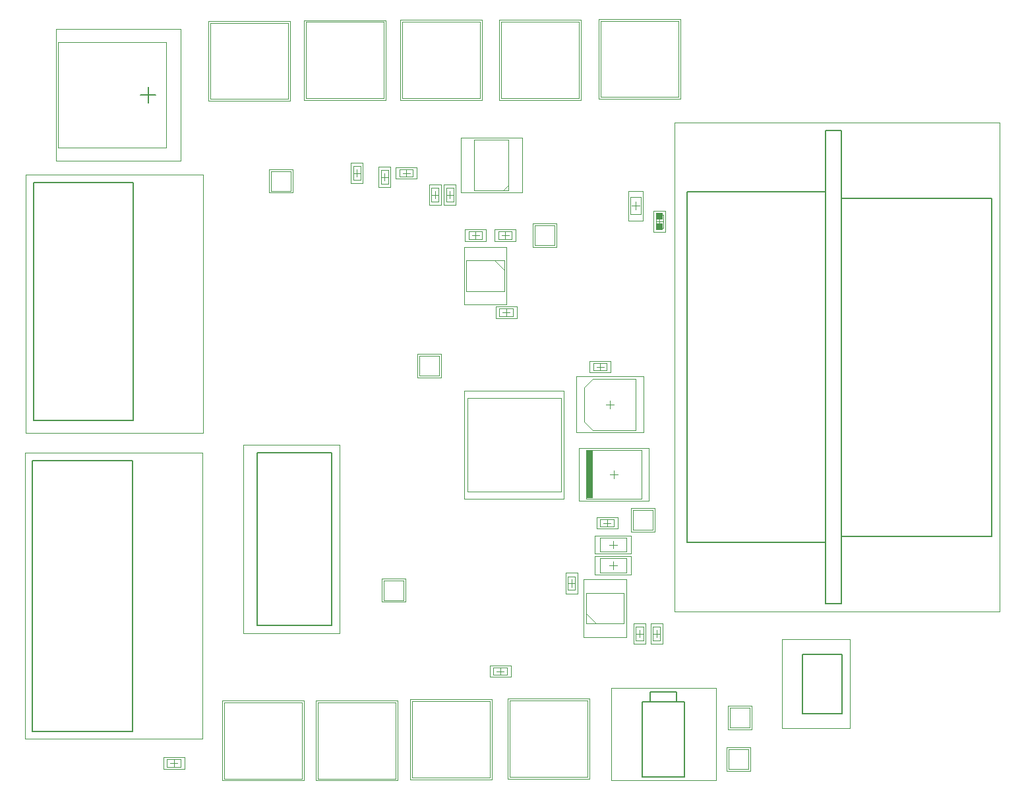
<source format=gbp>
G04*
G04 #@! TF.GenerationSoftware,Altium Limited,Altium Designer,21.0.9 (235)*
G04*
G04 Layer_Color=128*
%FSLAX25Y25*%
%MOIN*%
G70*
G04*
G04 #@! TF.SameCoordinates,FB9C7817-38CD-48DC-A3D4-53DF82CEFDAB*
G04*
G04*
G04 #@! TF.FilePolarity,Positive*
G04*
G01*
G75*
%ADD10C,0.00787*%
%ADD11C,0.00394*%
%ADD14R,0.03765X0.24488*%
%ADD15C,0.00197*%
%ADD26R,0.03740X0.03347*%
D10*
X294807Y45937D02*
Y50937D01*
X308193D01*
Y45937D02*
Y50937D01*
X294807Y45937D02*
X308193D01*
X290870Y8142D02*
Y45937D01*
Y8142D02*
X312130D01*
Y45937D01*
X290870D02*
X312130D01*
X371826Y40115D02*
Y70036D01*
X391708D01*
Y40115D02*
Y70036D01*
X371826Y40115D02*
X391708D01*
X33516Y188193D02*
Y308665D01*
X-16878Y188193D02*
X33516D01*
X-16878D02*
Y308665D01*
X33516D01*
X313504Y126673D02*
Y303839D01*
X383583D01*
Y126673D02*
Y303839D01*
X313504Y126673D02*
X383583D01*
Y95571D02*
Y126673D01*
Y95571D02*
X391457D01*
Y334941D01*
X383583D02*
X391457D01*
X383583Y303839D02*
Y334941D01*
X391457Y129823D02*
X467441D01*
Y300689D01*
X391457D02*
X467441D01*
X96025Y172130D02*
X133820D01*
Y84728D02*
Y172130D01*
X96025Y84728D02*
X133820D01*
X96025D02*
Y172130D01*
X-17421Y168127D02*
X32972D01*
X-17421Y31119D02*
Y168127D01*
Y31119D02*
X32972D01*
Y168127D01*
X37063Y353000D02*
X44937D01*
X41000Y349063D02*
Y356937D01*
D11*
X57445Y13130D02*
Y16870D01*
X50555Y13130D02*
Y16870D01*
Y13130D02*
X57445D01*
X50555Y16870D02*
X57445D01*
X215555Y59630D02*
Y63370D01*
X222445Y59630D02*
Y63370D01*
X215555D02*
X222445D01*
X215555Y59630D02*
X222445D01*
X263165Y8004D02*
Y46587D01*
X223795D02*
X263165D01*
X223795Y8004D02*
Y46587D01*
Y8004D02*
X263165D01*
X213665Y7658D02*
Y46240D01*
X174295D02*
X213665D01*
X174295Y7658D02*
Y46240D01*
Y7658D02*
X213665D01*
X166130Y7158D02*
Y45740D01*
X126760D02*
X166130D01*
X126760Y7158D02*
Y45740D01*
Y7158D02*
X166130D01*
X118665D02*
Y45740D01*
X79295D02*
X118665D01*
X79295Y7158D02*
Y45740D01*
Y7158D02*
X118665D01*
X290158Y292669D02*
Y301331D01*
X284842Y292669D02*
Y301331D01*
X290158D01*
X284842Y292669D02*
X290158D01*
X236500Y277000D02*
Y287000D01*
X246500D01*
Y277000D02*
Y287000D01*
X236500Y277000D02*
X246500D01*
X286000Y133000D02*
Y143000D01*
X296000D01*
Y133000D02*
Y143000D01*
X286000Y133000D02*
X296000D01*
X178000Y211000D02*
Y221000D01*
X188000D01*
Y211000D02*
Y221000D01*
X178000Y211000D02*
X188000D01*
X334500Y12000D02*
Y22000D01*
X344500D01*
Y12000D02*
Y22000D01*
X334500Y12000D02*
X344500D01*
X103000Y304500D02*
Y314500D01*
X113000D01*
Y304500D02*
Y314500D01*
X103000Y304500D02*
X113000D01*
X160000Y97500D02*
Y107500D01*
X170000D01*
Y97500D02*
Y107500D01*
X160000Y97500D02*
X170000D01*
X335000Y33000D02*
Y43000D01*
X345000D01*
Y33000D02*
Y43000D01*
X335000Y33000D02*
X345000D01*
X72335Y350913D02*
Y389496D01*
Y350913D02*
X111705D01*
Y389496D01*
X72335D02*
X111705D01*
X120835Y351260D02*
Y389843D01*
Y351260D02*
X160205D01*
Y389843D01*
X120835D02*
X160205D01*
X169335Y351413D02*
Y389996D01*
Y351413D02*
X208705D01*
Y389996D01*
X169335D02*
X208705D01*
X219335Y351413D02*
Y389996D01*
Y351413D02*
X258705D01*
Y389996D01*
X219335D02*
X258705D01*
X269870Y351913D02*
Y390496D01*
Y351913D02*
X309240D01*
Y390496D01*
X269870D02*
X309240D01*
X261445Y205025D02*
X265776Y209355D01*
X287429D01*
Y183371D02*
Y209355D01*
X265776Y183371D02*
X287429D01*
X261445Y187702D02*
X265776Y183371D01*
X261445Y187702D02*
Y205025D01*
X266055Y217370D02*
X272945D01*
X266055Y213630D02*
X272945D01*
X266055D02*
Y217370D01*
X272945Y213630D02*
Y217370D01*
X202378Y152378D02*
X249622D01*
Y199622D01*
X202378D02*
X249622D01*
X202378Y152378D02*
Y199622D01*
X50055Y326425D02*
Y379575D01*
X-4669D02*
X50055D01*
X-4669Y326425D02*
X50055D01*
X-4669D02*
Y379575D01*
X287567Y77055D02*
Y83945D01*
X291307Y77055D02*
Y83945D01*
X287567Y77055D02*
X291307D01*
X287567Y83945D02*
X291307D01*
X299870Y77055D02*
Y83945D01*
X296130Y77055D02*
Y83945D01*
X299870D01*
X296130Y77055D02*
X299870D01*
X253130Y102555D02*
Y109445D01*
X256870Y102555D02*
Y109445D01*
X253130Y102555D02*
X256870D01*
X253130Y109445D02*
X256870D01*
X282693Y121957D02*
Y129043D01*
X269307Y121957D02*
Y129043D01*
Y121957D02*
X282693D01*
X269307Y129043D02*
X282693D01*
Y111457D02*
Y118543D01*
X269307Y111457D02*
Y118543D01*
Y111457D02*
X282693D01*
X269307Y118543D02*
X282693D01*
X262291Y90512D02*
X267291Y85512D01*
X262291D02*
X281583D01*
Y100866D01*
X262291D02*
X281583D01*
X262291Y85512D02*
Y100866D01*
X269555Y138370D02*
X276445D01*
X269555Y134630D02*
X276445D01*
X269555D02*
Y138370D01*
X276445Y134630D02*
Y138370D01*
X301370Y285555D02*
Y292445D01*
X297630Y285555D02*
Y292445D01*
Y285555D02*
X301370D01*
X297630Y292445D02*
X301370D01*
X218055Y283870D02*
X224945D01*
X218055Y280130D02*
X224945D01*
X218055D02*
Y283870D01*
X224945Y280130D02*
Y283870D01*
X195370Y299055D02*
Y305945D01*
X191630Y299055D02*
Y305945D01*
X195370D01*
X191630Y299055D02*
X195370D01*
X187870D02*
Y305945D01*
X184130Y299055D02*
Y305945D01*
X187870D01*
X184130Y299055D02*
X187870D01*
X168055Y311630D02*
X174945D01*
X168055Y315370D02*
X174945D01*
Y311630D02*
Y315370D01*
X168055Y311630D02*
Y315370D01*
X218555Y244870D02*
X225445D01*
X218555Y241130D02*
X225445D01*
X218555D02*
Y244870D01*
X225445Y241130D02*
Y244870D01*
X216146Y269177D02*
X221146Y264177D01*
X201854Y269177D02*
X221146D01*
X201854Y253823D02*
Y269177D01*
Y253823D02*
X221146D01*
Y269177D01*
X220602Y304705D02*
X223161Y307264D01*
Y304705D02*
Y330295D01*
X205839D02*
X223161D01*
X205839Y304705D02*
Y330295D01*
Y304705D02*
X223161D01*
X203055Y283870D02*
X209945D01*
X203055Y280130D02*
X209945D01*
X203055D02*
Y283870D01*
X209945Y280130D02*
Y283870D01*
X162370Y308055D02*
Y314945D01*
X158630Y308055D02*
Y314945D01*
X162370D01*
X158630Y308055D02*
X162370D01*
X148370Y310055D02*
Y316945D01*
X144630Y310055D02*
Y316945D01*
X148370D01*
X144630Y310055D02*
X148370D01*
X262366Y173244D02*
X290358D01*
X262366Y148756D02*
X290358D01*
X262366D02*
Y173244D01*
X290358Y148756D02*
Y173244D01*
X52130Y15000D02*
X55870D01*
X54000Y13130D02*
Y16870D01*
X217130Y61500D02*
X220870D01*
X219000Y59630D02*
Y63370D01*
X285531Y297000D02*
X289469D01*
X287500Y295031D02*
Y298969D01*
X275024Y6173D02*
Y52905D01*
Y6173D02*
X327976D01*
Y52905D01*
X275024D02*
X327976D01*
X361346Y32635D02*
Y77517D01*
X395645D01*
Y32635D02*
Y77517D01*
X361346Y32635D02*
X395645D01*
X68902Y181894D02*
Y312602D01*
X-20815Y181894D02*
X68902D01*
X-20815D02*
Y312602D01*
X68902D01*
X307205Y91634D02*
Y338878D01*
X471378D01*
Y91634D02*
Y338878D01*
X307205Y91634D02*
X471378D01*
X272468Y196363D02*
X276406D01*
X274437Y194395D02*
Y198332D01*
X269500Y213630D02*
Y217370D01*
X267630Y215500D02*
X271370D01*
X89135Y176067D02*
X137758D01*
X89135Y80791D02*
Y176067D01*
Y80791D02*
X137758D01*
Y176067D01*
X-21358Y172064D02*
X68358D01*
X-21358Y27182D02*
Y172064D01*
Y27182D02*
X68358D01*
Y172064D01*
X287567Y80500D02*
X291307D01*
X289437Y78630D02*
Y82370D01*
X296130Y80500D02*
X299870D01*
X298000Y78630D02*
Y82370D01*
X253130Y106000D02*
X256870D01*
X255000Y104130D02*
Y107870D01*
X274031Y125500D02*
X277969D01*
X276000Y123531D02*
Y127469D01*
X274031Y115000D02*
X277969D01*
X276000Y113031D02*
Y116969D01*
X273000Y134630D02*
Y138370D01*
X271130Y136500D02*
X274870D01*
X297630Y289000D02*
X301370D01*
X299500Y287130D02*
Y290870D01*
X221500Y280130D02*
Y283870D01*
X219630Y282000D02*
X223370D01*
X191630Y302500D02*
X195370D01*
X193500Y300630D02*
Y304370D01*
X184130Y302500D02*
X187870D01*
X186000Y300630D02*
Y304370D01*
X171500Y311630D02*
Y315370D01*
X169630Y313500D02*
X173370D01*
X222000Y241130D02*
Y244870D01*
X220130Y243000D02*
X223870D01*
X206500Y280130D02*
Y283870D01*
X204630Y282000D02*
X208370D01*
X158630Y311500D02*
X162370D01*
X160500Y309630D02*
Y313370D01*
X144630Y313500D02*
X148370D01*
X146500Y311630D02*
Y315370D01*
X276362Y159031D02*
Y162969D01*
X274394Y161000D02*
X278331D01*
D14*
X264249D02*
D03*
D15*
X59315Y12047D02*
Y17953D01*
X48685Y12047D02*
Y17953D01*
Y12047D02*
X59315D01*
X48685Y17953D02*
X59315D01*
X213685Y58547D02*
Y64453D01*
X224315Y58547D02*
Y64453D01*
X213685D02*
X224315D01*
X213685Y58547D02*
X224315D01*
X264150Y7020D02*
Y47571D01*
X222811D02*
X264150D01*
X222811Y7020D02*
Y47571D01*
Y7020D02*
X264150D01*
X214650Y6673D02*
Y47224D01*
X173311D02*
X214650D01*
X173311Y6673D02*
Y47224D01*
Y6673D02*
X214650D01*
X167114Y6173D02*
Y46724D01*
X125776D02*
X167114D01*
X125776Y6173D02*
Y46724D01*
Y6173D02*
X167114D01*
X119650D02*
Y46724D01*
X78311D02*
X119650D01*
X78311Y6173D02*
Y46724D01*
Y6173D02*
X119650D01*
X291240Y289500D02*
Y304500D01*
X283760Y289500D02*
Y304500D01*
X291240D01*
X283760Y289500D02*
X291240D01*
X235516Y276016D02*
Y287984D01*
X247484D01*
Y276016D02*
Y287984D01*
X235516Y276016D02*
X247484D01*
X285016Y132016D02*
Y143984D01*
X296984D01*
Y132016D02*
Y143984D01*
X285016Y132016D02*
X296984D01*
X177016Y210016D02*
Y221984D01*
X188984D01*
Y210016D02*
Y221984D01*
X177016Y210016D02*
X188984D01*
X333516Y11016D02*
Y22984D01*
X345484D01*
Y11016D02*
Y22984D01*
X333516Y11016D02*
X345484D01*
X102016Y303516D02*
Y315484D01*
X113984D01*
Y303516D02*
Y315484D01*
X102016Y303516D02*
X113984D01*
X159016Y96516D02*
Y108484D01*
X170984D01*
Y96516D02*
Y108484D01*
X159016Y96516D02*
X170984D01*
X334016Y32016D02*
Y43984D01*
X345984D01*
Y32016D02*
Y43984D01*
X334016Y32016D02*
X345984D01*
X71350Y349929D02*
Y390480D01*
Y349929D02*
X112689D01*
Y390480D01*
X71350D02*
X112689D01*
X119850Y350276D02*
Y390827D01*
Y350276D02*
X161189D01*
Y390827D01*
X119850D02*
X161189D01*
X168350Y350429D02*
Y390980D01*
Y350429D02*
X209689D01*
Y390980D01*
X168350D02*
X209689D01*
X218350Y350429D02*
Y390980D01*
Y350429D02*
X259689D01*
Y390980D01*
X218350D02*
X259689D01*
X268886Y350929D02*
Y391480D01*
Y350929D02*
X310224D01*
Y391480D01*
X268886D02*
X310224D01*
X257508Y182190D02*
Y210537D01*
X291366Y182190D02*
Y210537D01*
X257508D02*
X291366D01*
X257508Y182190D02*
X291366D01*
X264185Y218453D02*
X274815D01*
X264185Y212547D02*
X274815D01*
X264185D02*
Y218453D01*
X274815Y212547D02*
Y218453D01*
X200803Y148736D02*
X251197D01*
Y203264D01*
X200803D02*
X251197D01*
X200803Y148736D02*
Y203264D01*
X-5457Y319535D02*
Y386465D01*
X57535D02*
X57535Y319535D01*
X-5457D02*
X57535D01*
X-5457Y386465D02*
X57535D01*
X286484Y75185D02*
Y85815D01*
X292390Y75185D02*
Y85815D01*
X286484Y75185D02*
X292390D01*
X286484Y85815D02*
X292390D01*
X300953Y75185D02*
Y85815D01*
X295047Y75185D02*
Y85815D01*
X300953D01*
X295047Y75185D02*
X300953D01*
X252047Y100685D02*
Y111315D01*
X257953Y100685D02*
Y111315D01*
X252047Y100685D02*
X257953D01*
X252047Y111315D02*
X257953D01*
X285252Y120972D02*
Y130028D01*
X266748Y120972D02*
Y130028D01*
Y120972D02*
X285252D01*
X266748Y130028D02*
X285252D01*
Y110472D02*
Y119528D01*
X266748Y110472D02*
Y119528D01*
Y110472D02*
X285252D01*
X266748Y119528D02*
X285252D01*
X261110Y78524D02*
X282764D01*
Y107854D01*
X261110D02*
X282764D01*
X261110Y78524D02*
Y107854D01*
X267685Y139453D02*
X278315D01*
X267685Y133547D02*
X278315D01*
X267685D02*
Y139453D01*
X278315Y133547D02*
Y139453D01*
X302453Y283685D02*
Y294315D01*
X296547Y283685D02*
Y294315D01*
Y283685D02*
X302453D01*
X296547Y294315D02*
X302453D01*
X216185Y284953D02*
X226815D01*
X216185Y279047D02*
X226815D01*
X216185D02*
Y284953D01*
X226815Y279047D02*
Y284953D01*
X196453Y297185D02*
Y307815D01*
X190547Y297185D02*
Y307815D01*
X196453D01*
X190547Y297185D02*
X196453D01*
X188953D02*
Y307815D01*
X183047Y297185D02*
Y307815D01*
X188953D01*
X183047Y297185D02*
X188953D01*
X166185Y310547D02*
X176815D01*
X166185Y316453D02*
X176815D01*
Y310547D02*
Y316453D01*
X166185Y310547D02*
Y316453D01*
X216685Y245953D02*
X227315D01*
X216685Y240047D02*
X227315D01*
X216685D02*
Y245953D01*
X227315Y240047D02*
Y245953D01*
X200870Y276067D02*
X222130D01*
X200870Y246933D02*
Y276067D01*
Y246933D02*
X222130D01*
Y276067D01*
X229953Y303524D02*
Y331476D01*
X199047D02*
X229953D01*
X199047Y303524D02*
Y331476D01*
Y303524D02*
X229953D01*
X201185Y284953D02*
X211815D01*
X201185Y279047D02*
X211815D01*
X201185D02*
Y284953D01*
X211815Y279047D02*
Y284953D01*
X163453Y306185D02*
Y316815D01*
X157547Y306185D02*
Y316815D01*
X163453D01*
X157547Y306185D02*
X163453D01*
X149453Y308185D02*
Y318815D01*
X143547Y308185D02*
Y318815D01*
X149453D01*
X143547Y308185D02*
X149453D01*
X258646Y174386D02*
X294079D01*
X258646Y147614D02*
X294079D01*
X258646D02*
Y174386D01*
X294079Y147614D02*
Y174386D01*
D26*
X299500Y286441D02*
D03*
Y291559D02*
D03*
M02*

</source>
